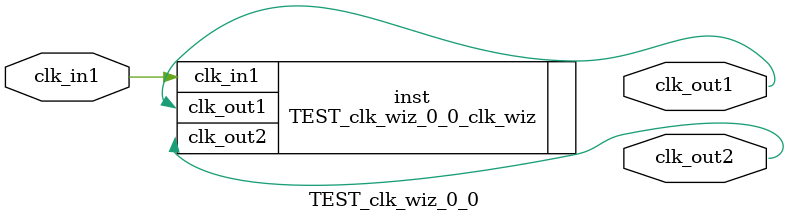
<source format=v>


`timescale 1ps/1ps

(* CORE_GENERATION_INFO = "TEST_clk_wiz_0_0,clk_wiz_v6_0_1_0_0,{component_name=TEST_clk_wiz_0_0,use_phase_alignment=true,use_min_o_jitter=false,use_max_i_jitter=false,use_dyn_phase_shift=false,use_inclk_switchover=false,use_dyn_reconfig=false,enable_axi=0,feedback_source=FDBK_AUTO,PRIMITIVE=MMCM,num_out_clk=2,clkin1_period=10.000,clkin2_period=10.000,use_power_down=false,use_reset=false,use_locked=false,use_inclk_stopped=false,feedback_type=SINGLE,CLOCK_MGR_TYPE=NA,manual_override=false}" *)

module TEST_clk_wiz_0_0 
 (
  // Clock out ports
  output        clk_out1,
  output        clk_out2,
 // Clock in ports
  input         clk_in1
 );

  TEST_clk_wiz_0_0_clk_wiz inst
  (
  // Clock out ports  
  .clk_out1(clk_out1),
  .clk_out2(clk_out2),
 // Clock in ports
  .clk_in1(clk_in1)
  );

endmodule

</source>
